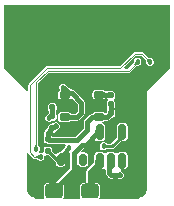
<source format=gbl>
G04*
G04 #@! TF.GenerationSoftware,Altium Limited,Altium Designer,22.0.2 (36)*
G04*
G04 Layer_Physical_Order=2*
G04 Layer_Color=6736896*
%FSLAX25Y25*%
%MOIN*%
G70*
G04*
G04 #@! TF.SameCoordinates,8B7FD933-5714-494C-BD6B-9A299CFF0B11*
G04*
G04*
G04 #@! TF.FilePolarity,Positive*
G04*
G01*
G75*
%ADD20C,0.01000*%
%ADD21C,0.00400*%
%ADD22C,0.01500*%
%ADD23C,0.01800*%
G04:AMPARAMS|DCode=24|XSize=23.62mil|YSize=39.37mil|CornerRadius=5.91mil|HoleSize=0mil|Usage=FLASHONLY|Rotation=0.000|XOffset=0mil|YOffset=0mil|HoleType=Round|Shape=RoundedRectangle|*
%AMROUNDEDRECTD24*
21,1,0.02362,0.02756,0,0,0.0*
21,1,0.01181,0.03937,0,0,0.0*
1,1,0.01181,0.00591,-0.01378*
1,1,0.01181,-0.00591,-0.01378*
1,1,0.01181,-0.00591,0.01378*
1,1,0.01181,0.00591,0.01378*
%
%ADD24ROUNDEDRECTD24*%
G04:AMPARAMS|DCode=25|XSize=50mil|YSize=60mil|CornerRadius=12.5mil|HoleSize=0mil|Usage=FLASHONLY|Rotation=90.000|XOffset=0mil|YOffset=0mil|HoleType=Round|Shape=RoundedRectangle|*
%AMROUNDEDRECTD25*
21,1,0.05000,0.03500,0,0,90.0*
21,1,0.02500,0.06000,0,0,90.0*
1,1,0.02500,0.01750,0.01250*
1,1,0.02500,0.01750,-0.01250*
1,1,0.02500,-0.01750,-0.01250*
1,1,0.02500,-0.01750,0.01250*
%
%ADD25ROUNDEDRECTD25*%
G04:AMPARAMS|DCode=26|XSize=20mil|YSize=20mil|CornerRadius=5mil|HoleSize=0mil|Usage=FLASHONLY|Rotation=180.000|XOffset=0mil|YOffset=0mil|HoleType=Round|Shape=RoundedRectangle|*
%AMROUNDEDRECTD26*
21,1,0.02000,0.01000,0,0,180.0*
21,1,0.01000,0.02000,0,0,180.0*
1,1,0.01000,-0.00500,0.00500*
1,1,0.01000,0.00500,0.00500*
1,1,0.01000,0.00500,-0.00500*
1,1,0.01000,-0.00500,-0.00500*
%
%ADD26ROUNDEDRECTD26*%
G04:AMPARAMS|DCode=27|XSize=20mil|YSize=20mil|CornerRadius=5mil|HoleSize=0mil|Usage=FLASHONLY|Rotation=90.000|XOffset=0mil|YOffset=0mil|HoleType=Round|Shape=RoundedRectangle|*
%AMROUNDEDRECTD27*
21,1,0.02000,0.01000,0,0,90.0*
21,1,0.01000,0.02000,0,0,90.0*
1,1,0.01000,0.00500,0.00500*
1,1,0.01000,0.00500,-0.00500*
1,1,0.01000,-0.00500,-0.00500*
1,1,0.01000,-0.00500,0.00500*
%
%ADD27ROUNDEDRECTD27*%
G04:AMPARAMS|DCode=28|XSize=23.62mil|YSize=35mil|CornerRadius=5.91mil|HoleSize=0mil|Usage=FLASHONLY|Rotation=270.000|XOffset=0mil|YOffset=0mil|HoleType=Round|Shape=RoundedRectangle|*
%AMROUNDEDRECTD28*
21,1,0.02362,0.02319,0,0,270.0*
21,1,0.01181,0.03500,0,0,270.0*
1,1,0.01181,-0.01159,-0.00591*
1,1,0.01181,-0.01159,0.00591*
1,1,0.01181,0.01159,0.00591*
1,1,0.01181,0.01159,-0.00591*
%
%ADD28ROUNDEDRECTD28*%
G04:AMPARAMS|DCode=29|XSize=27.56mil|YSize=51.18mil|CornerRadius=6.89mil|HoleSize=0mil|Usage=FLASHONLY|Rotation=180.000|XOffset=0mil|YOffset=0mil|HoleType=Round|Shape=RoundedRectangle|*
%AMROUNDEDRECTD29*
21,1,0.02756,0.03740,0,0,180.0*
21,1,0.01378,0.05118,0,0,180.0*
1,1,0.01378,-0.00689,0.01870*
1,1,0.01378,0.00689,0.01870*
1,1,0.01378,0.00689,-0.01870*
1,1,0.01378,-0.00689,-0.01870*
%
%ADD29ROUNDEDRECTD29*%
G36*
X20193Y23796D02*
X20253Y23754D01*
X20321Y23717D01*
X20395Y23685D01*
X20477Y23658D01*
X20566Y23636D01*
X20661Y23619D01*
X20764Y23608D01*
X20874Y23601D01*
X20991Y23600D01*
X20100Y22709D01*
X20099Y22826D01*
X20081Y23039D01*
X20064Y23134D01*
X20042Y23223D01*
X20015Y23305D01*
X19983Y23379D01*
X19946Y23447D01*
X19904Y23507D01*
X19856Y23561D01*
X20139Y23844D01*
X20193Y23796D01*
D02*
G37*
G36*
X16891Y21800D02*
X16774Y21799D01*
X16561Y21781D01*
X16466Y21764D01*
X16377Y21742D01*
X16295Y21715D01*
X16221Y21683D01*
X16153Y21646D01*
X16093Y21604D01*
X16039Y21556D01*
X15756Y21839D01*
X15804Y21893D01*
X15846Y21953D01*
X15883Y22021D01*
X15915Y22095D01*
X15942Y22177D01*
X15964Y22266D01*
X15981Y22361D01*
X15992Y22464D01*
X15999Y22574D01*
X16000Y22691D01*
X16891Y21800D01*
D02*
G37*
G36*
X27582Y20380D02*
X20351Y13149D01*
X20152Y12851D01*
X20082Y12500D01*
Y-19000D01*
X20084Y-19008D01*
X19946Y-20057D01*
X19538Y-21043D01*
X18889Y-21889D01*
X18043Y-22538D01*
X17057Y-22946D01*
X16008Y-23084D01*
X16000Y-23082D01*
X4445D01*
X4178Y-22582D01*
X4304Y-22394D01*
X4432Y-21750D01*
Y-19250D01*
X4304Y-18606D01*
X3940Y-18060D01*
X3394Y-17696D01*
X2750Y-17568D01*
X2307D01*
X2297Y-17567D01*
X2230Y-17553D01*
X2186Y-17538D01*
X2183Y-17537D01*
X2181Y-17515D01*
X2173Y-17497D01*
Y-14486D01*
X3291Y-13368D01*
X3316Y-13357D01*
X3482Y-13187D01*
X3571Y-13205D01*
X4949D01*
X5374Y-13120D01*
X5734Y-12880D01*
X5827Y-12878D01*
X5859Y-12880D01*
X6328Y-13348D01*
Y-14300D01*
X6417Y-14749D01*
X6671Y-15129D01*
X6970Y-15429D01*
X7098Y-15736D01*
X7464Y-16102D01*
X7941Y-16300D01*
X8459D01*
X8766Y-16172D01*
X10434D01*
X10741Y-16300D01*
X11259D01*
X11736Y-16102D01*
X12102Y-15736D01*
X12300Y-15259D01*
Y-14741D01*
X12102Y-14264D01*
X11736Y-13898D01*
X11259Y-13700D01*
X11270Y-13205D01*
X12429D01*
X12854Y-13120D01*
X13214Y-12880D01*
X13455Y-12519D01*
X13539Y-12094D01*
Y-9405D01*
X13600Y-9259D01*
Y-8741D01*
X13539Y-8595D01*
Y-8354D01*
X13455Y-7929D01*
X13214Y-7569D01*
X12854Y-7328D01*
X12429Y-7244D01*
X11051D01*
X10626Y-7328D01*
X10266Y-7569D01*
X10149Y-7745D01*
X9591D01*
X9474Y-7569D01*
X9114Y-7328D01*
X8689Y-7244D01*
X7311D01*
X6886Y-7328D01*
X6526Y-7569D01*
X6409Y-7745D01*
X5851D01*
X5734Y-7569D01*
X5374Y-7328D01*
X4949Y-7244D01*
X3571D01*
X3146Y-7328D01*
X2786Y-7569D01*
X2545Y-7929D01*
X2461Y-8354D01*
Y-9975D01*
X2439Y-10054D01*
X2461Y-10216D01*
Y-10609D01*
X2443Y-10711D01*
X2418Y-10801D01*
X2387Y-10881D01*
X2350Y-10951D01*
X2306Y-11013D01*
X2239Y-11090D01*
X2231Y-11110D01*
X171Y-13171D01*
X-83Y-13551D01*
X-172Y-14000D01*
Y-17497D01*
X-181Y-17515D01*
X-183Y-17537D01*
X-186Y-17538D01*
X-230Y-17553D01*
X-297Y-17567D01*
X-307Y-17568D01*
X-750D01*
X-1394Y-17696D01*
X-1940Y-18060D01*
X-2304Y-18606D01*
X-2432Y-19250D01*
Y-21750D01*
X-2304Y-22394D01*
X-2178Y-22582D01*
X-2445Y-23082D01*
X-7554D01*
X-7822Y-22582D01*
X-7696Y-22394D01*
X-7568Y-21750D01*
Y-19250D01*
X-7696Y-18606D01*
X-7793Y-18461D01*
X-7796Y-18441D01*
X-7793Y-18436D01*
X-7769Y-18406D01*
X-7723Y-18356D01*
X-7714Y-18333D01*
X-3571Y-14190D01*
X-3317Y-13809D01*
X-3227Y-13361D01*
Y-11837D01*
X-3113Y-11794D01*
X-2727Y-11754D01*
X-2565Y-11998D01*
X-2237Y-12217D01*
X-1850Y-12293D01*
X-669D01*
X-283Y-12217D01*
X45Y-11998D01*
X264Y-11670D01*
X341Y-11283D01*
Y-8528D01*
X264Y-8141D01*
X45Y-7813D01*
X-283Y-7594D01*
X-669Y-7518D01*
X-1752D01*
X-1911Y-7282D01*
X-1974Y-7032D01*
X-1014Y-6072D01*
X-365D01*
X84Y-5983D01*
X465Y-5729D01*
X2765Y-3429D01*
X2786Y-3431D01*
X3146Y-3672D01*
X3571Y-3756D01*
X4949D01*
X5374Y-3672D01*
X5734Y-3431D01*
X5975Y-3071D01*
X6059Y-2646D01*
Y1094D01*
X5975Y1519D01*
X5734Y1880D01*
X5374Y2120D01*
X5161Y2162D01*
X5154Y2659D01*
X5540Y2736D01*
X5868Y2955D01*
X5943Y3067D01*
X6092Y3076D01*
X6165Y3077D01*
X6190Y3087D01*
X6760D01*
X7209Y3177D01*
X7589Y3431D01*
X8017Y3859D01*
X8040Y3868D01*
X8094Y3917D01*
X8135Y3951D01*
X8177Y3980D01*
X8219Y4004D01*
X8261Y4024D01*
X8304Y4040D01*
X8349Y4052D01*
X8396Y4061D01*
X8446Y4067D01*
X8516Y4070D01*
X8577Y4098D01*
X8851Y4152D01*
X9149Y4351D01*
X9348Y4649D01*
X9418Y5000D01*
Y6000D01*
X9348Y6351D01*
X9211Y6556D01*
X9211Y6562D01*
X9208Y6573D01*
X9207Y6577D01*
X9204Y6586D01*
X9200Y6600D01*
X9197Y6622D01*
X9184Y6802D01*
X9183Y6875D01*
X9172Y6899D01*
Y7096D01*
X9183Y7119D01*
X9187Y7270D01*
X9196Y7374D01*
X9200Y7400D01*
X9204Y7414D01*
X9207Y7423D01*
X9208Y7427D01*
X9211Y7438D01*
X9211Y7444D01*
X9348Y7649D01*
X9418Y8000D01*
Y9000D01*
X9348Y9351D01*
X9149Y9649D01*
X9043Y9719D01*
Y10281D01*
X9149Y10351D01*
X9348Y10649D01*
X9418Y11000D01*
Y12000D01*
X9348Y12351D01*
X9149Y12649D01*
X8851Y12848D01*
X8500Y12918D01*
X7500D01*
X7475Y12913D01*
X7169D01*
X7162Y12916D01*
X7110Y12920D01*
X7097Y12916D01*
X7085Y12922D01*
X7022Y12923D01*
X6996Y12913D01*
X6193D01*
X6169Y12923D01*
X6017Y12925D01*
X5945Y12930D01*
X5868Y13045D01*
X5540Y13264D01*
X5154Y13341D01*
X2835D01*
X2448Y13264D01*
X2121Y13045D01*
X1902Y12717D01*
X1825Y12331D01*
Y11150D01*
X1902Y10763D01*
X2121Y10435D01*
X2448Y10216D01*
X2835Y10140D01*
X5154D01*
X5540Y10216D01*
X5868Y10435D01*
X5943Y10547D01*
X6092Y10557D01*
X6165Y10557D01*
X6190Y10568D01*
X6522D01*
X6545Y10557D01*
X6621Y10556D01*
X6675Y10552D01*
X6706Y10548D01*
X6713Y10526D01*
X6745Y10510D01*
X6851Y10351D01*
X6957Y10281D01*
Y9719D01*
X6851Y9649D01*
X6652Y9351D01*
X6582Y9000D01*
Y8000D01*
X6652Y7649D01*
X6789Y7444D01*
X6789Y7438D01*
X6792Y7427D01*
X6792Y7423D01*
X6796Y7414D01*
X6800Y7400D01*
X6803Y7378D01*
X6816Y7198D01*
X6817Y7125D01*
X6827Y7101D01*
Y6904D01*
X6817Y6881D01*
X6814Y6730D01*
X6804Y6626D01*
X6800Y6600D01*
X6796Y6586D01*
X6792Y6577D01*
X6792Y6573D01*
X6789Y6562D01*
X6789Y6556D01*
X6652Y6351D01*
X6598Y6077D01*
X6570Y6016D01*
X6567Y5946D01*
X6561Y5896D01*
X6552Y5849D01*
X6540Y5804D01*
X6524Y5761D01*
X6504Y5719D01*
X6480Y5677D01*
X6451Y5635D01*
X6417Y5593D01*
X6392Y5567D01*
X5985Y5553D01*
X5868Y5565D01*
X5540Y5784D01*
X5154Y5860D01*
X2835D01*
X2448Y5784D01*
X2121Y5565D01*
X2046Y5453D01*
X1897Y5443D01*
X1823Y5443D01*
X1799Y5432D01*
X1760D01*
X1311Y5343D01*
X931Y5089D01*
X-629Y3529D01*
X-883Y3149D01*
X-972Y2700D01*
Y586D01*
X-3886Y-2327D01*
X-11508D01*
X-11528Y-2318D01*
X-11679Y-2097D01*
X-11689Y-2057D01*
X-11721Y-2037D01*
X-11789Y-1938D01*
X-11792Y-1927D01*
X-11793Y-1922D01*
X-11796Y-1914D01*
X-11800Y-1900D01*
X-11803Y-1878D01*
X-11816Y-1698D01*
X-11817Y-1625D01*
X-11828Y-1601D01*
Y-1486D01*
X-11483Y-1141D01*
X-11460Y-1132D01*
X-11406Y-1083D01*
X-11365Y-1049D01*
X-11323Y-1020D01*
X-11281Y-996D01*
X-11239Y-976D01*
X-11196Y-960D01*
X-11151Y-948D01*
X-11104Y-938D01*
X-11054Y-933D01*
X-10984Y-930D01*
X-10923Y-902D01*
X-10649Y-848D01*
X-10351Y-649D01*
X-10152Y-351D01*
X-10082Y0D01*
X-10041D01*
X-9564Y198D01*
X-9198Y564D01*
X-9000Y1041D01*
Y1559D01*
X-9198Y2036D01*
X-9564Y2402D01*
X-10041Y2600D01*
X-10559D01*
X-11020Y2409D01*
X-11149Y2383D01*
X-11529Y2129D01*
X-11741Y1918D01*
X-12000D01*
X-12351Y1848D01*
X-12649Y1649D01*
X-12848Y1351D01*
X-12902Y1077D01*
X-12930Y1016D01*
X-12933Y946D01*
X-12938Y896D01*
X-12948Y849D01*
X-12960Y804D01*
X-12976Y761D01*
X-12996Y719D01*
X-13020Y677D01*
X-13049Y636D01*
X-13083Y593D01*
X-13132Y540D01*
X-13141Y517D01*
X-13829Y-171D01*
X-14083Y-551D01*
X-14173Y-1000D01*
Y-1596D01*
X-14183Y-1619D01*
X-14187Y-1770D01*
X-14196Y-1874D01*
X-14200Y-1900D01*
X-14204Y-1914D01*
X-14208Y-1922D01*
X-14208Y-1927D01*
X-14211Y-1938D01*
X-14211Y-1944D01*
X-14348Y-2149D01*
X-14418Y-2500D01*
Y-3500D01*
X-14348Y-3851D01*
X-14149Y-4149D01*
X-13851Y-4348D01*
X-13500Y-4418D01*
X-13197D01*
X-12949Y-4583D01*
X-12500Y-4673D01*
X-11901D01*
X-11804Y-4679D01*
X-11792Y-4675D01*
X-11780Y-4680D01*
X-11558Y-4683D01*
X-11555Y-4682D01*
X-11552Y-4683D01*
X-11527Y-4673D01*
X-7318D01*
X-7102Y-5164D01*
X-7300Y-5641D01*
Y-5810D01*
X-7310Y-5823D01*
X-7317Y-5830D01*
X-7318Y-5834D01*
X-7323Y-5840D01*
X-7327Y-5856D01*
X-7335Y-5871D01*
X-7351Y-5898D01*
X-7372Y-5927D01*
X-7515Y-6094D01*
X-7575Y-6155D01*
X-7589Y-6191D01*
X-8787Y-7389D01*
X-8817Y-7399D01*
X-8843Y-7422D01*
X-8854Y-7429D01*
X-8875Y-7440D01*
X-8907Y-7453D01*
X-8950Y-7466D01*
X-9005Y-7479D01*
X-9066Y-7489D01*
X-9239Y-7503D01*
X-9339Y-7505D01*
X-9399Y-7531D01*
X-9717Y-7594D01*
X-10045Y-7813D01*
X-10100Y-7896D01*
X-10706Y-7996D01*
X-11462Y-7241D01*
X-11474Y-7206D01*
X-11569Y-7106D01*
X-11582Y-7089D01*
Y-6585D01*
X-11581Y-6583D01*
X-11582Y-6581D01*
Y-6500D01*
X-11652Y-6149D01*
X-11851Y-5851D01*
X-12149Y-5652D01*
X-12500Y-5582D01*
X-13500D01*
X-13851Y-5652D01*
X-14149Y-5851D01*
X-14348Y-6149D01*
X-14418Y-6500D01*
Y-7480D01*
X-14460Y-7533D01*
X-14869Y-7793D01*
X-15198Y-7657D01*
X-15611D01*
X-15806Y-7359D01*
X-15856Y-7195D01*
X-15796Y-7134D01*
X-15598Y-6656D01*
Y-6139D01*
X-15796Y-5661D01*
X-15927Y-5530D01*
X-15958Y-5452D01*
X-16033Y-5376D01*
X-16091Y-5310D01*
X-16140Y-5248D01*
X-16180Y-5192D01*
X-16211Y-5141D01*
X-16234Y-5096D01*
X-16248Y-5059D01*
Y15602D01*
X-12800Y19051D01*
X13900D01*
X14359Y19241D01*
X16413Y21294D01*
X16449Y21310D01*
X16497Y21326D01*
X16555Y21340D01*
X16617Y21351D01*
X16795Y21366D01*
X16896Y21367D01*
X16973Y21400D01*
X17159D01*
X17636Y21598D01*
X18002Y21964D01*
X18200Y22441D01*
Y22959D01*
X18002Y23436D01*
X17636Y23802D01*
X17159Y24000D01*
X16641D01*
X16164Y23802D01*
X15798Y23436D01*
X15600Y22959D01*
Y22773D01*
X15567Y22696D01*
X15566Y22589D01*
X15561Y22501D01*
X15552Y22423D01*
X15540Y22355D01*
X15526Y22297D01*
X15510Y22249D01*
X15495Y22213D01*
X13631Y20349D01*
X12621D01*
X12430Y20811D01*
X16169Y24551D01*
X18231D01*
X19594Y23187D01*
X19610Y23151D01*
X19626Y23103D01*
X19640Y23045D01*
X19651Y22983D01*
X19666Y22805D01*
X19667Y22704D01*
X19700Y22627D01*
Y22441D01*
X19898Y21964D01*
X20264Y21598D01*
X20741Y21400D01*
X21259D01*
X21736Y21598D01*
X22102Y21964D01*
X22300Y22441D01*
Y22959D01*
X22102Y23436D01*
X21736Y23802D01*
X21259Y24000D01*
X21073D01*
X20996Y24033D01*
X20889Y24034D01*
X20801Y24039D01*
X20723Y24048D01*
X20655Y24060D01*
X20597Y24074D01*
X20549Y24090D01*
X20513Y24105D01*
X18959Y25659D01*
X18500Y25849D01*
X15900D01*
X15441Y25659D01*
X10931Y21149D01*
X-13400D01*
X-13859Y20959D01*
X-19459Y15359D01*
X-19649Y14900D01*
Y12886D01*
X-20149Y12837D01*
X-20152Y12851D01*
X-20351Y13149D01*
X-27582Y20380D01*
Y41582D01*
X27582D01*
Y20380D01*
D02*
G37*
G36*
X5706Y12544D02*
X5722Y12533D01*
X5746Y12523D01*
X5779Y12514D01*
X5821Y12507D01*
X5872Y12501D01*
X6000Y12493D01*
X6162Y12490D01*
Y10990D01*
X6076Y10989D01*
X5821Y10974D01*
X5779Y10966D01*
X5746Y10958D01*
X5722Y10948D01*
X5706Y10937D01*
X5699Y10924D01*
Y12556D01*
X5706Y12544D01*
D02*
G37*
G36*
X7076Y12489D02*
X7128Y12485D01*
X7169Y12478D01*
X7199Y12468D01*
X7218Y12456D01*
X7226Y12440D01*
X7223Y12422D01*
X7209Y12402D01*
X7184Y12378D01*
X7148Y12352D01*
X7040Y10810D01*
X7029Y10844D01*
X7009Y10875D01*
X6982Y10902D01*
X6945Y10925D01*
X6901Y10945D01*
X6848Y10961D01*
X6787Y10974D01*
X6718Y10983D01*
X6640Y10988D01*
X6554Y10990D01*
X7013Y12490D01*
X7076Y12489D01*
D02*
G37*
G36*
X8833Y7631D02*
X8815Y7606D01*
X8800Y7573D01*
X8787Y7533D01*
X8776Y7485D01*
X8766Y7429D01*
X8754Y7295D01*
X8750Y7130D01*
X7250D01*
X7249Y7216D01*
X7234Y7429D01*
X7225Y7485D01*
X7213Y7533D01*
X7200Y7573D01*
X7185Y7606D01*
X7168Y7631D01*
X7148Y7648D01*
X8852D01*
X8833Y7631D01*
D02*
G37*
G36*
X8751Y6784D02*
X8766Y6571D01*
X8776Y6515D01*
X8787Y6467D01*
X8800Y6427D01*
X8815Y6394D01*
X8833Y6369D01*
X8852Y6352D01*
X7148D01*
X7168Y6369D01*
X7185Y6394D01*
X7200Y6427D01*
X7213Y6467D01*
X7225Y6515D01*
X7234Y6571D01*
X7246Y6705D01*
X7250Y6870D01*
X8750D01*
X8751Y6784D01*
D02*
G37*
G36*
X8500Y4502D02*
X8414Y4499D01*
X8330Y4490D01*
X8248Y4474D01*
X8169Y4451D01*
X8093Y4423D01*
X8018Y4388D01*
X7947Y4346D01*
X7877Y4299D01*
X7810Y4245D01*
X7745Y4184D01*
X6684Y5245D01*
X6745Y5310D01*
X6799Y5377D01*
X6847Y5446D01*
X6888Y5518D01*
X6923Y5593D01*
X6951Y5669D01*
X6974Y5748D01*
X6990Y5830D01*
X6999Y5914D01*
X7002Y6000D01*
X8500Y4502D01*
D02*
G37*
G36*
X5706Y5063D02*
X5722Y5052D01*
X5746Y5042D01*
X5779Y5034D01*
X5821Y5026D01*
X5872Y5020D01*
X6000Y5012D01*
X6162Y5010D01*
Y3510D01*
X6076Y3509D01*
X5821Y3493D01*
X5779Y3486D01*
X5746Y3477D01*
X5722Y3467D01*
X5706Y3456D01*
X5699Y3444D01*
Y5076D01*
X5706Y5063D01*
D02*
G37*
G36*
X2290Y3444D02*
X2283Y3456D01*
X2267Y3467D01*
X2243Y3477D01*
X2210Y3486D01*
X2168Y3493D01*
X2117Y3499D01*
X1989Y3507D01*
X1827Y3510D01*
Y5010D01*
X1912Y5011D01*
X2168Y5026D01*
X2210Y5034D01*
X2243Y5042D01*
X2267Y5052D01*
X2283Y5063D01*
X2290Y5076D01*
Y3444D01*
D02*
G37*
G36*
X-11000Y-498D02*
X-11086Y-501D01*
X-11170Y-510D01*
X-11252Y-526D01*
X-11331Y-549D01*
X-11407Y-577D01*
X-11482Y-612D01*
X-11553Y-654D01*
X-11623Y-701D01*
X-11690Y-755D01*
X-11755Y-816D01*
X-12816Y245D01*
X-12755Y310D01*
X-12701Y377D01*
X-12653Y446D01*
X-12612Y518D01*
X-12577Y593D01*
X-12549Y669D01*
X-12526Y748D01*
X-12510Y830D01*
X-12501Y914D01*
X-12498Y1000D01*
X-11000Y-498D01*
D02*
G37*
G36*
X-12249Y-1716D02*
X-12234Y-1929D01*
X-12224Y-1985D01*
X-12213Y-2033D01*
X-12200Y-2073D01*
X-12185Y-2106D01*
X-12167Y-2131D01*
X-12148Y-2148D01*
X-13852D01*
X-13833Y-2131D01*
X-13815Y-2106D01*
X-13800Y-2073D01*
X-13787Y-2033D01*
X-13776Y-1985D01*
X-13766Y-1929D01*
X-13754Y-1795D01*
X-13750Y-1630D01*
X-12250D01*
X-12249Y-1716D01*
D02*
G37*
G36*
X2933Y-2910D02*
X2922Y-2874D01*
X2906Y-2848D01*
X2884Y-2833D01*
X2856Y-2829D01*
X2823Y-2835D01*
X2784Y-2851D01*
X2740Y-2878D01*
X2690Y-2916D01*
X2635Y-2964D01*
X2574Y-3022D01*
X2562Y-912D01*
X2627Y-837D01*
X2685Y-747D01*
X2736Y-644D01*
X2780Y-527D01*
X2816Y-396D01*
X2846Y-252D01*
X2868Y-93D01*
X2892Y266D01*
X2893Y466D01*
X2933Y-2910D01*
D02*
G37*
G36*
X-12020Y-2393D02*
X-11993Y-2468D01*
X-11960Y-2534D01*
X-11920Y-2592D01*
X-11875Y-2640D01*
X-11823Y-2679D01*
X-11765Y-2710D01*
X-11700Y-2732D01*
X-11629Y-2746D01*
X-11552Y-2750D01*
Y-4250D01*
X-11774Y-4247D01*
X-12121Y-4224D01*
X-12246Y-4203D01*
X-12337Y-4177D01*
X-12397Y-4146D01*
X-12424Y-4108D01*
X-12418Y-4064D01*
X-12380Y-4015D01*
X-12310Y-3960D01*
X-12040Y-2310D01*
X-12020Y-2393D01*
D02*
G37*
G36*
X-16693Y-5051D02*
X-16680Y-5124D01*
X-16659Y-5198D01*
X-16629Y-5274D01*
X-16590Y-5350D01*
X-16543Y-5429D01*
X-16487Y-5508D01*
X-16422Y-5589D01*
X-16349Y-5671D01*
X-16268Y-5755D01*
X-17528D01*
X-17446Y-5671D01*
X-17308Y-5508D01*
X-17252Y-5429D01*
X-17205Y-5350D01*
X-17166Y-5274D01*
X-17136Y-5198D01*
X-17115Y-5124D01*
X-17102Y-5051D01*
X-17098Y-4980D01*
X-16698D01*
X-16693Y-5051D01*
D02*
G37*
G36*
X-6009Y-6800D02*
X-6047Y-6803D01*
X-6089Y-6814D01*
X-6135Y-6832D01*
X-6184Y-6857D01*
X-6237Y-6890D01*
X-6294Y-6930D01*
X-6418Y-7033D01*
X-6486Y-7095D01*
X-6557Y-7164D01*
X-7265Y-6457D01*
X-7195Y-6386D01*
X-7030Y-6194D01*
X-6990Y-6137D01*
X-6957Y-6084D01*
X-6932Y-6035D01*
X-6914Y-5989D01*
X-6903Y-5947D01*
X-6900Y-5909D01*
X-6009Y-6800D01*
D02*
G37*
G36*
X-12075Y-6655D02*
X-12117Y-6731D01*
X-12140Y-6812D01*
X-12145Y-6897D01*
X-12132Y-6987D01*
X-12101Y-7081D01*
X-12051Y-7180D01*
X-11982Y-7283D01*
X-11895Y-7390D01*
X-11790Y-7503D01*
X-12497Y-8210D01*
X-12609Y-8105D01*
X-12717Y-8018D01*
X-12820Y-7949D01*
X-12919Y-7899D01*
X-13013Y-7868D01*
X-13103Y-7855D01*
X-13188Y-7860D01*
X-13269Y-7883D01*
X-13345Y-7925D01*
X-13417Y-7986D01*
X-12014Y-6583D01*
X-12075Y-6655D01*
D02*
G37*
G36*
X-7429Y-8036D02*
X-7468Y-8077D01*
X-7559Y-8180D01*
X-7579Y-8208D01*
X-7594Y-8233D01*
X-7604Y-8255D01*
X-7609Y-8274D01*
X-7609Y-8289D01*
X-7605Y-8302D01*
X-9331Y-7938D01*
X-9217Y-7936D01*
X-9013Y-7919D01*
X-8922Y-7904D01*
X-8838Y-7885D01*
X-8762Y-7861D01*
X-8694Y-7834D01*
X-8632Y-7802D01*
X-8579Y-7766D01*
X-8533Y-7726D01*
X-7429Y-8036D01*
D02*
G37*
G36*
X-16099Y-9587D02*
X-16183Y-9505D01*
X-16346Y-9367D01*
X-16426Y-9312D01*
X-16504Y-9264D01*
X-16581Y-9225D01*
X-16656Y-9195D01*
X-16730Y-9174D01*
X-16803Y-9161D01*
X-16874Y-9157D01*
Y-8757D01*
X-16803Y-8752D01*
X-16730Y-8739D01*
X-16656Y-8718D01*
X-16581Y-8688D01*
X-16504Y-8649D01*
X-16426Y-8602D01*
X-16346Y-8546D01*
X-16265Y-8482D01*
X-16183Y-8408D01*
X-16099Y-8327D01*
Y-9587D01*
D02*
G37*
G36*
X-9909Y-10485D02*
X-9910Y-10470D01*
X-9916Y-10457D01*
X-9925Y-10445D01*
X-9938Y-10434D01*
X-9955Y-10425D01*
X-9975Y-10418D01*
X-10000Y-10413D01*
X-10028Y-10409D01*
X-10059Y-10406D01*
X-10095Y-10406D01*
Y-9405D01*
X-10059Y-9405D01*
X-10028Y-9402D01*
X-10000Y-9398D01*
X-9975Y-9393D01*
X-9955Y-9386D01*
X-9938Y-9377D01*
X-9925Y-9366D01*
X-9916Y-9354D01*
X-9910Y-9341D01*
X-9909Y-9326D01*
Y-10485D01*
D02*
G37*
G36*
X-5740Y-7652D02*
X-5573Y-7829D01*
Y-12875D01*
X-10016Y-17319D01*
X-10018Y-17319D01*
X-10019Y-17322D01*
X-10051Y-17354D01*
X-10073Y-17361D01*
X-10161Y-17440D01*
X-10234Y-17493D01*
X-10312Y-17537D01*
X-10384Y-17568D01*
X-12750D01*
X-13394Y-17696D01*
X-13940Y-18060D01*
X-14304Y-18606D01*
X-14432Y-19250D01*
Y-21750D01*
X-14304Y-22394D01*
X-14178Y-22582D01*
X-14446Y-23082D01*
X-16000D01*
X-16008Y-23084D01*
X-17057Y-22946D01*
X-18043Y-22538D01*
X-18889Y-21889D01*
X-19538Y-21043D01*
X-19946Y-20057D01*
X-20084Y-19008D01*
X-20082Y-19000D01*
Y-7761D01*
X-19582Y-7662D01*
X-19459Y-7959D01*
X-18002Y-9416D01*
X-17543Y-9606D01*
X-16795D01*
X-16759Y-9621D01*
X-16714Y-9643D01*
X-16663Y-9674D01*
X-16611Y-9711D01*
X-16474Y-9826D01*
X-16402Y-9896D01*
X-16324Y-9928D01*
X-16193Y-10059D01*
X-15715Y-10257D01*
X-15198D01*
X-14720Y-10059D01*
X-14355Y-9693D01*
X-14157Y-9215D01*
Y-8745D01*
X-14059Y-8619D01*
X-13753Y-8367D01*
X-13500Y-8418D01*
X-13419D01*
X-13417Y-8418D01*
X-13415Y-8418D01*
X-12911D01*
X-12894Y-8431D01*
X-12794Y-8525D01*
X-12759Y-8538D01*
X-10743Y-10554D01*
X-10446Y-10753D01*
X-10341Y-10774D01*
Y-11283D01*
X-10264Y-11670D01*
X-10045Y-11998D01*
X-9717Y-12217D01*
X-9331Y-12293D01*
X-8150D01*
X-7763Y-12217D01*
X-7435Y-11998D01*
X-7216Y-11670D01*
X-7140Y-11283D01*
Y-8528D01*
X-7167Y-8390D01*
X-7150Y-8370D01*
X-7119Y-8338D01*
X-7104Y-8302D01*
X-6291Y-7489D01*
X-6255Y-7475D01*
X-5963Y-7454D01*
X-5740Y-7652D01*
D02*
G37*
G36*
X3307Y-12732D02*
X3306Y-12737D01*
X3299Y-12748D01*
X3285Y-12765D01*
X3238Y-12817D01*
X3007Y-13054D01*
X2562Y-11377D01*
X2647Y-11281D01*
X2720Y-11176D01*
X2781Y-11062D01*
X2829Y-10938D01*
X2866Y-10805D01*
X2891Y-10662D01*
X2903Y-10510D01*
X2904Y-10349D01*
X2892Y-10178D01*
X2869Y-9998D01*
X3307Y-12732D01*
D02*
G37*
G36*
X6823Y-12583D02*
X8953Y-12732D01*
X8820Y-12762D01*
X8700Y-12797D01*
X8595Y-12836D01*
X8503Y-12880D01*
X8426Y-12928D01*
X8363Y-12980D01*
X8313Y-13037D01*
X8278Y-13099D01*
X8257Y-13164D01*
X8250Y-13235D01*
X6750Y-12923D01*
X6751Y-12850D01*
X6762Y-12682D01*
X6768Y-12643D01*
X6776Y-12614D01*
X6786Y-12593D01*
X6797Y-12581D01*
X6809Y-12577D01*
X6823Y-12583D01*
D02*
G37*
G36*
X1757Y-17639D02*
X1780Y-17718D01*
X1818Y-17787D01*
X1870Y-17847D01*
X1938Y-17898D01*
X2020Y-17939D01*
X2118Y-17972D01*
X2230Y-17995D01*
X2358Y-18009D01*
X2500Y-18013D01*
X-500D01*
X-357Y-18009D01*
X-230Y-17995D01*
X-117Y-17972D01*
X-20Y-17939D01*
X62Y-17898D01*
X130Y-17847D01*
X183Y-17787D01*
X220Y-17718D01*
X243Y-17639D01*
X250Y-17551D01*
X1750D01*
X1757Y-17639D01*
D02*
G37*
G36*
X-8040Y-18061D02*
X-8098Y-18124D01*
X-8147Y-18185D01*
X-8185Y-18245D01*
X-8213Y-18304D01*
X-8231Y-18361D01*
X-8239Y-18417D01*
X-8236Y-18471D01*
X-8224Y-18524D01*
X-8201Y-18576D01*
X-8169Y-18626D01*
X-11162Y-18013D01*
X-10992Y-18042D01*
X-10828Y-18057D01*
X-10672Y-18058D01*
X-10524Y-18046D01*
X-10382Y-18020D01*
X-10248Y-17980D01*
X-10121Y-17926D01*
X-10001Y-17859D01*
X-9888Y-17778D01*
X-9783Y-17683D01*
X-8040Y-18061D01*
D02*
G37*
%LPC*%
G36*
X-7641Y15400D02*
X-8159D01*
X-8636Y15202D01*
X-9002Y14836D01*
X-9200Y14359D01*
Y13841D01*
X-9072Y13534D01*
Y13391D01*
X-9083Y13369D01*
X-9088Y13220D01*
X-9092Y13182D01*
X-9101Y13178D01*
X-9109Y13159D01*
X-9279Y13045D01*
X-9498Y12717D01*
X-9575Y12331D01*
Y11150D01*
X-9498Y10763D01*
X-9279Y10435D01*
X-8951Y10216D01*
X-8565Y10140D01*
X-6246D01*
X-5860Y10216D01*
X-5532Y10435D01*
X-5008Y10496D01*
X-4925Y10463D01*
X-4916Y10458D01*
X-3073Y8614D01*
Y6186D01*
X-3826Y5432D01*
X-5207D01*
X-5231Y5443D01*
X-5383Y5445D01*
X-5455Y5450D01*
X-5532Y5565D01*
X-5860Y5784D01*
X-6246Y5860D01*
X-8565D01*
X-8951Y5784D01*
X-9279Y5565D01*
X-9498Y5237D01*
X-9575Y4850D01*
Y3669D01*
X-9498Y3283D01*
X-9279Y2955D01*
X-8951Y2736D01*
X-8565Y2659D01*
X-6246D01*
X-5860Y2736D01*
X-5532Y2955D01*
X-5457Y3067D01*
X-5308Y3076D01*
X-5235Y3077D01*
X-5210Y3087D01*
X-3340D01*
X-2891Y3177D01*
X-2511Y3431D01*
X-1071Y4871D01*
X-817Y5251D01*
X-728Y5700D01*
Y9100D01*
X-817Y9549D01*
X-1071Y9929D01*
X-4271Y13129D01*
X-4651Y13383D01*
X-5100Y13473D01*
X-5181D01*
X-5206Y13483D01*
X-5210Y13481D01*
X-5215Y13483D01*
X-5352Y13480D01*
X-5471Y13530D01*
X-5750Y13808D01*
X-5788Y13853D01*
X-5801Y13860D01*
X-5807Y13874D01*
X-5998Y14070D01*
X-6023Y14082D01*
X-6871Y14929D01*
X-6930Y14969D01*
X-7164Y15202D01*
X-7641Y15400D01*
D02*
G37*
G36*
X-11000Y8918D02*
X-12000D01*
X-12351Y8848D01*
X-12649Y8649D01*
X-12848Y8351D01*
X-12918Y8000D01*
Y7000D01*
X-12848Y6649D01*
X-12711Y6444D01*
X-12711Y6438D01*
X-12708Y6427D01*
X-12708Y6423D01*
X-12704Y6414D01*
X-12700Y6400D01*
X-12697Y6378D01*
X-12684Y6198D01*
X-12683Y6125D01*
X-12673Y6101D01*
Y5904D01*
X-12683Y5881D01*
X-12686Y5730D01*
X-12696Y5626D01*
X-12700Y5600D01*
X-12704Y5586D01*
X-12708Y5578D01*
X-12708Y5573D01*
X-12711Y5562D01*
X-12711Y5556D01*
X-12848Y5351D01*
X-12889Y5146D01*
X-13236Y5002D01*
X-13602Y4636D01*
X-13800Y4159D01*
Y3641D01*
X-13602Y3164D01*
X-13236Y2798D01*
X-12759Y2600D01*
X-12241D01*
X-11764Y2798D01*
X-11479Y3082D01*
X-11000D01*
X-10649Y3152D01*
X-10351Y3351D01*
X-10152Y3649D01*
X-10082Y4000D01*
Y5000D01*
X-10152Y5351D01*
X-10289Y5556D01*
X-10289Y5562D01*
X-10292Y5573D01*
X-10293Y5578D01*
X-10296Y5586D01*
X-10300Y5600D01*
X-10303Y5622D01*
X-10316Y5802D01*
X-10317Y5875D01*
X-10328Y5899D01*
Y6096D01*
X-10317Y6119D01*
X-10313Y6270D01*
X-10304Y6374D01*
X-10300Y6400D01*
X-10296Y6414D01*
X-10293Y6423D01*
X-10292Y6427D01*
X-10289Y6438D01*
X-10289Y6444D01*
X-10152Y6649D01*
X-10082Y7000D01*
Y8000D01*
X-10152Y8351D01*
X-10351Y8649D01*
X-10649Y8848D01*
X-11000Y8918D01*
D02*
G37*
G36*
X12429Y2205D02*
X11051D01*
X10626Y2120D01*
X10266Y1880D01*
X10025Y1519D01*
X9941Y1094D01*
Y-2531D01*
X9886Y-2594D01*
X9854Y-2627D01*
X9844Y-2651D01*
X9821Y-2664D01*
X9815Y-2688D01*
X7920Y-4582D01*
X6930D01*
X6894Y-4567D01*
X6801Y-4566D01*
X6727Y-4563D01*
X6594Y-4550D01*
X6554Y-4543D01*
X6523Y-4536D01*
X6507Y-4530D01*
X6493Y-4522D01*
X6486Y-4521D01*
X6481Y-4519D01*
X6472Y-4519D01*
X6455Y-4517D01*
X6336Y-4398D01*
X5859Y-4200D01*
X5341D01*
X4864Y-4398D01*
X4498Y-4764D01*
X4300Y-5241D01*
Y-5759D01*
X4498Y-6236D01*
X4864Y-6602D01*
X5341Y-6800D01*
X5859D01*
X6336Y-6602D01*
X6455Y-6483D01*
X6472Y-6481D01*
X6481Y-6481D01*
X6486Y-6479D01*
X6493Y-6477D01*
X6507Y-6470D01*
X6523Y-6464D01*
X6554Y-6457D01*
X6589Y-6451D01*
X6808Y-6434D01*
X6894Y-6433D01*
X6930Y-6418D01*
X8300D01*
X8651Y-6348D01*
X8949Y-6149D01*
X11219Y-3879D01*
X11252Y-3867D01*
X11326Y-3799D01*
X11382Y-3756D01*
X12429D01*
X12854Y-3672D01*
X13214Y-3431D01*
X13455Y-3071D01*
X13539Y-2646D01*
Y1094D01*
X13455Y1519D01*
X13214Y1880D01*
X12854Y2120D01*
X12429Y2205D01*
D02*
G37*
%LPD*%
G36*
X-6118Y13572D02*
X-5844Y13250D01*
X-5761Y13125D01*
X-5715Y13024D01*
X-5711Y12998D01*
X-5702Y13002D01*
X-5609Y13023D01*
X-5495Y13038D01*
X-5361Y13047D01*
X-5206Y13050D01*
Y11550D01*
X-5278Y11544D01*
X-5345Y11525D01*
X-5406Y11494D01*
X-5463Y11450D01*
X-5515Y11394D01*
X-5562Y11325D01*
X-5604Y11243D01*
X-5641Y11149D01*
X-5674Y11043D01*
X-5701Y10924D01*
X-5829Y12748D01*
X-5859Y12805D01*
X-5869Y12857D01*
X-5868Y12859D01*
X-5887Y12858D01*
X-6020Y12876D01*
X-7234Y12897D01*
X-8791Y12876D01*
X-8764Y12886D01*
X-8740Y12904D01*
X-8719Y12930D01*
X-8701Y12966D01*
X-8685Y13009D01*
X-8672Y13061D01*
X-8663Y13122D01*
X-8656Y13191D01*
X-8650Y13354D01*
X-7516Y13366D01*
X-6308Y13769D01*
X-6118Y13572D01*
D02*
G37*
G36*
X-5694Y5063D02*
X-5678Y5052D01*
X-5654Y5042D01*
X-5621Y5034D01*
X-5579Y5026D01*
X-5528Y5020D01*
X-5400Y5012D01*
X-5238Y5010D01*
Y3510D01*
X-5324Y3509D01*
X-5579Y3493D01*
X-5621Y3486D01*
X-5654Y3477D01*
X-5678Y3467D01*
X-5694Y3456D01*
X-5701Y3444D01*
Y5076D01*
X-5694Y5063D01*
D02*
G37*
G36*
X-10667Y6631D02*
X-10685Y6606D01*
X-10700Y6573D01*
X-10713Y6533D01*
X-10724Y6485D01*
X-10734Y6429D01*
X-10746Y6295D01*
X-10750Y6130D01*
X-12250D01*
X-12251Y6216D01*
X-12266Y6429D01*
X-12275Y6485D01*
X-12287Y6533D01*
X-12300Y6573D01*
X-12315Y6606D01*
X-12332Y6631D01*
X-12352Y6648D01*
X-10648D01*
X-10667Y6631D01*
D02*
G37*
G36*
X-10749Y5784D02*
X-10734Y5571D01*
X-10724Y5515D01*
X-10713Y5467D01*
X-10700Y5427D01*
X-10685Y5394D01*
X-10667Y5369D01*
X-10648Y5352D01*
X-12352D01*
X-12332Y5369D01*
X-12315Y5394D01*
X-12300Y5427D01*
X-12287Y5467D01*
X-12275Y5515D01*
X-12266Y5571D01*
X-12254Y5705D01*
X-12250Y5870D01*
X-10750D01*
X-10749Y5784D01*
D02*
G37*
G36*
X11878Y-3324D02*
X11783Y-3288D01*
X11688Y-3264D01*
X11594Y-3254D01*
X11501Y-3257D01*
X11408Y-3273D01*
X11317Y-3302D01*
X11226Y-3343D01*
X11136Y-3399D01*
X11047Y-3467D01*
X10959Y-3548D01*
X10163Y-2930D01*
X10203Y-2889D01*
X10297Y-2782D01*
X10319Y-2753D01*
X10336Y-2726D01*
X10349Y-2702D01*
X10358Y-2680D01*
X10362Y-2661D01*
X10361Y-2646D01*
X11878Y-3324D01*
D02*
G37*
G36*
X6272Y-4895D02*
X6309Y-4917D01*
X6354Y-4936D01*
X6407Y-4953D01*
X6468Y-4967D01*
X6536Y-4979D01*
X6697Y-4995D01*
X6789Y-4999D01*
X6888Y-5000D01*
Y-6000D01*
X6789Y-6001D01*
X6536Y-6021D01*
X6468Y-6033D01*
X6407Y-6047D01*
X6354Y-6064D01*
X6309Y-6083D01*
X6272Y-6105D01*
X6243Y-6130D01*
Y-4870D01*
X6272Y-4895D01*
D02*
G37*
D20*
X-8740Y-9905D02*
Y-8640D01*
X-6000Y-5900D01*
X8300Y-5500D02*
X11240Y-2560D01*
X5600Y-5500D02*
X8300D01*
X11240Y-2560D02*
Y-776D01*
X-13000Y-7000D02*
X-10095Y-9905D01*
X-8740D01*
D21*
X-19000Y-7500D02*
X-17543Y-8957D01*
X-19000Y14900D02*
X-13400Y20500D01*
X-19000Y-7500D02*
Y14900D01*
X-13069Y19700D02*
X13900D01*
X-16898Y-6398D02*
Y15871D01*
X-13400Y20500D02*
X11200D01*
X-16898Y15871D02*
X-13069Y19700D01*
X11200Y20500D02*
X15900Y25200D01*
X13900Y19700D02*
X16900Y22700D01*
X15900Y25200D02*
X18500D01*
X21000Y22700D01*
X-17543Y-8957D02*
X-15457D01*
D22*
X3760Y-11240D02*
Y-10224D01*
X1000Y-20500D02*
Y-14000D01*
X-10000Y-19500D02*
Y-18961D01*
X-4400Y-13361D02*
Y-7800D01*
X-10000Y-18961D02*
X-4400Y-13361D01*
X-11000Y-20500D02*
X-10000Y-19500D01*
X-7700Y14100D02*
X-5900Y12300D01*
X-11500Y500D02*
X-10700Y1300D01*
X-10300D01*
X-5100Y12300D02*
X-1900Y9100D01*
X-5900Y12300D02*
X-5100D01*
X-1900Y5700D02*
Y9100D01*
X-7406Y4260D02*
X-3340D01*
X-1900Y5700D01*
X-11500Y4500D02*
Y7500D01*
X-13000Y-1000D02*
X-11500Y500D01*
X-13000Y-3000D02*
Y-1000D01*
Y-3000D02*
X-12500Y-3500D01*
X-3400D01*
X200Y100D01*
Y2700D01*
X1760Y4260D01*
X3994D01*
X8000Y5500D02*
Y8500D01*
X6760Y4260D02*
X8000Y5500D01*
X3994Y4260D02*
X6760D01*
X3994Y11740D02*
X7760D01*
X8200Y-15000D02*
X11000D01*
X7500Y-14300D02*
X8200Y-15000D01*
X7500Y-14300D02*
Y-10224D01*
X-4400Y-7800D02*
X-1500Y-4900D01*
X-365D01*
X3760Y-776D01*
X1000Y-14000D02*
X3760Y-11240D01*
X-7900Y12235D02*
X-7406Y11740D01*
X-7900Y12235D02*
Y14100D01*
X-7700D01*
D23*
X21000Y31000D02*
D03*
X17000D02*
D03*
X13000D02*
D03*
X9000D02*
D03*
X5000D02*
D03*
X-9000D02*
D03*
X-13000D02*
D03*
X-17000D02*
D03*
X-21000D02*
D03*
X18500Y17000D02*
D03*
X14500D02*
D03*
X10500D02*
D03*
X2500D02*
D03*
X-4500D02*
D03*
X-17500Y-15000D02*
D03*
Y-12000D02*
D03*
X16000Y-21500D02*
D03*
Y-18500D02*
D03*
X12500Y-21500D02*
D03*
Y-18500D02*
D03*
X9000Y-21500D02*
D03*
Y-18500D02*
D03*
X21000Y22700D02*
D03*
X16900D02*
D03*
X-15457Y-8957D02*
D03*
X-16898Y-6398D02*
D03*
X-10300Y1300D02*
D03*
X-12500Y3900D02*
D03*
X2700Y-5700D02*
D03*
X4800Y-15500D02*
D03*
X-10500Y13000D02*
D03*
X-12900D02*
D03*
X-100Y11200D02*
D03*
X1600Y8400D02*
D03*
X4100Y7300D02*
D03*
X-5900Y-1100D02*
D03*
X-4100Y1700D02*
D03*
X-5000Y7400D02*
D03*
X4100Y4200D02*
D03*
X-6000Y-5900D02*
D03*
X8200Y-15000D02*
D03*
X11000D02*
D03*
X5600Y-5500D02*
D03*
X12300Y-9000D02*
D03*
X-1500Y-10800D02*
D03*
X-7900Y14100D02*
D03*
X-5900Y12300D02*
D03*
D24*
X-1260Y-9905D02*
D03*
X-8740D02*
D03*
X-5000Y-94D02*
D03*
D25*
X-11000Y-20500D02*
D03*
X1000D02*
D03*
D26*
X-11500Y11500D02*
D03*
Y7500D02*
D03*
Y500D02*
D03*
Y4500D02*
D03*
X-13000Y-3000D02*
D03*
Y-7000D02*
D03*
D27*
X12000Y5500D02*
D03*
X8000D02*
D03*
X12000Y8500D02*
D03*
X8000D02*
D03*
Y11500D02*
D03*
X12000D02*
D03*
D28*
X3994Y11740D02*
D03*
Y4260D02*
D03*
X-7406D02*
D03*
Y8000D02*
D03*
Y11740D02*
D03*
D29*
X4260Y-10224D02*
D03*
X8000D02*
D03*
X11740D02*
D03*
Y-776D02*
D03*
X8000D02*
D03*
X4260D02*
D03*
M02*

</source>
